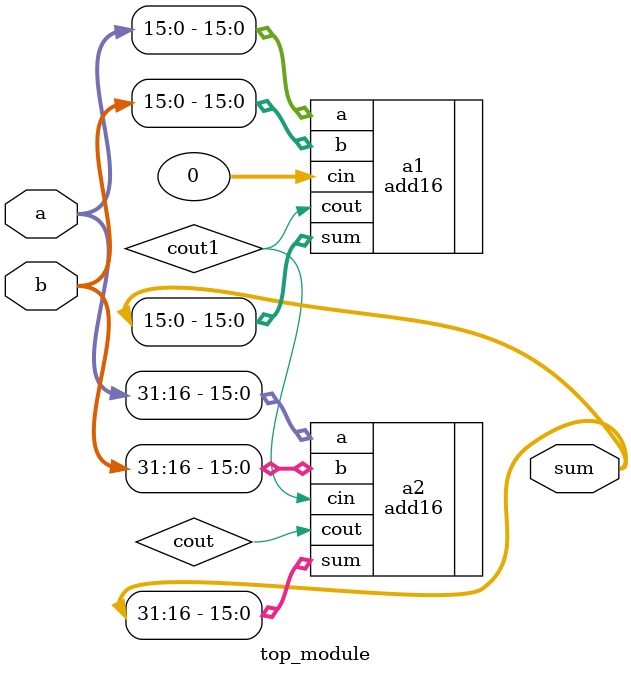
<source format=v>
module top_module(
    input [31:0] a,
    input [31:0] b,
    output [31:0] sum
	);
    
    wire cout1;
    wire cout;
    add16 a1(.a(a[15:0]), .b(b[15:0]), .cin(0), .sum(sum[15:0]), .cout(cout1));
    add16 a2(.a(a[31:16]), .b(b[31:16]), .cin(cout1), .sum(sum[31:16]), .cout(cout));

endmodule

</source>
